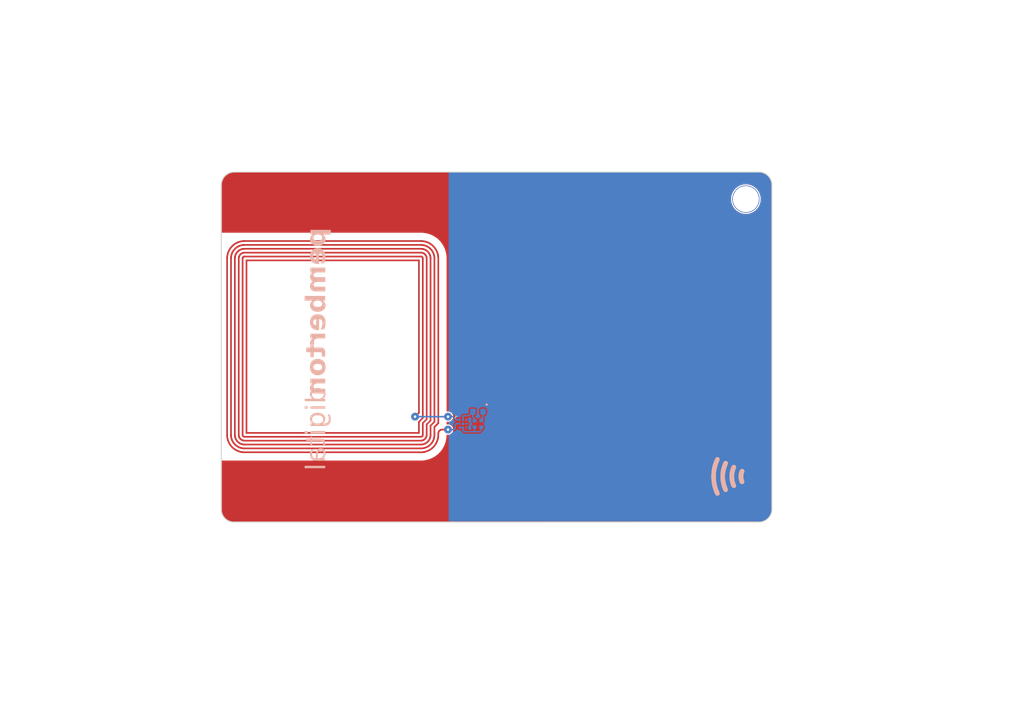
<source format=kicad_pcb>
(kicad_pcb (version 20240108) (generator "pcbnew") (generator_version "8.0")
  (layers (0 "F.Cu" signal) (31 "B.Cu" signal) (34 "B.Paste" user) (35 "F.Paste" user) (36 "B.SilkS" user "B.Silkscreen") (37 "F.SilkS" user "F.Silkscreen") (38 "B.Mask" user) (39 "F.Mask" user) (44 "Edge.Cuts" user))
  (net 0 "")
  (net 1 "Net-(U1-VCC)")
  (net 2 "Net-(D1-K)")
  (net 3 "Net-(D1-A)")
  (net 5 "Net-(U1-LA)")
  (net 7 "Net-(U1-LB)")
  (footprint "kikit:NPTH" (layer "F.Cu") (at 132 55)
    (property "Reference" "REF**" (hide yes))
    (property "Value" "NPTH" (hide yes))
  )
  (footprint "LED_SMD:LED_0603_1608Metric" (layer "B.Cu") (at 90.525 87.9)
    (property "Reference" "D1" (hide yes))
    (property "Value" "White 2.7V @ 2mA")
  )
  (footprint "misc:SOT902-2_XQFN8" (layer "B.Cu") (at 88.2142 89.7651 90)
    (property "Reference" "U1" (hide yes))
    (property "Value" "NT3H2111W0FHKH")
  )
  (footprint "Capacitor_SMD:C_0402_1005Metric" (layer "B.Cu") (at 90 89.7875 90)
    (property "Reference" "C1" (hide yes))
    (property "Value" "220nF")
  )
  (footprint "Resistor_SMD:R_0402_1005Metric" (layer "B.Cu") (at 91.05 89.7875 90)
    (property "Reference" "R1" (hide yes))
    (property "Value" "100R")
  )
  (gr_line (start 127.400277 95.738183) (end 127.342304 95.896106) (stroke (width 0.705555)) (layer "B.SilkS"))
  (gr_line (start 127.529037 95.427298) (end 127.462538 95.581914) (stroke (width 0.705555)) (layer "B.SilkS"))
  (gr_line (start 130.065272 96.647379) (end 130.031786 96.735272) (stroke (width 0.705555)) (layer "B.SilkS"))
  (gr_line (start 127 97.920168) (end 127.002471 98.09832) (stroke (width 0.705555)) (layer "B.SilkS"))
  (gr_line (start 127.342304 99.9591) (end 127.400277 100.11524) (stroke (width 0.705555)) (layer "B.SilkS"))
  (gr_line (start 130.031786 99.11822) (end 130.065272 99.20314) (stroke (width 0.705555)) (layer "B.SilkS"))
  (gr_line (start 129.901561 97.18378) (end 129.882958 97.274929) (stroke (width 0.705555)) (layer "B.SilkS"))
  (gr_line (start 127.15434 99.309218) (end 127.194639 99.475177) (stroke (width 0.705555)) (layer "B.SilkS"))
  (gr_line (start 128.565985 96.742066) (end 128.534583 96.870619) (stroke (width 0.705555)) (layer "B.SilkS"))
  (gr_line (start 127.009853 98.275491) (end 127.022091 98.451525) (stroke (width 0.705555)) (layer "B.SilkS"))
  (gr_line (start 129.827147 97.735064) (end 129.823426 97.827608) (stroke (width 0.705555)) (layer "B.SilkS"))
  (gr_line (start 127.060935 98.799563) (end 127.087436 98.971256) (stroke (width 0.705555)) (layer "B.SilkS"))
  (gr_line (start 129.827147 98.106789) (end 129.833348 98.200805) (stroke (width 0.705555)) (layer "B.SilkS"))
  (gr_line (start 128.481804 98.72132) (end 128.506488 98.854609) (stroke (width 0.705555)) (layer "B.SilkS"))
  (gr_line (start 129.84203 98.295027) (end 129.853192 98.389249) (stroke (width 0.705555)) (layer "B.SilkS"))
  (gr_line (start 131.294026 97.450162) (end 131.281839 97.50121) (stroke (width 0.705555)) (layer "B.SilkS"))
  (gr_line (start 128.638297 96.487852) (end 128.600591 96.614442) (stroke (width 0.705555)) (layer "B.SilkS"))
  (gr_line (start 127.194639 99.475177) (end 127.239434 99.638913) (stroke (width 0.705555)) (layer "B.SilkS"))
  (gr_line (start 131.294026 98.411031) (end 131.307402 98.464799) (stroke (width 0.705555)) (layer "B.SilkS"))
  (gr_line (start 128.679001 96.362399) (end 128.638297 96.487852) (stroke (width 0.705555)) (layer "B.SilkS"))
  (gr_line (start 127.002471 98.09832) (end 127.009853 98.275491) (stroke (width 0.705555)) (layer "B.SilkS"))
  (gr_line (start 128.460634 97.260828) (end 128.443081 97.392069) (stroke (width 0.705555)) (layer "B.SilkS"))
  (gr_line (start 128.41316 97.787859) (end 128.41111 97.920133) (stroke (width 0.705555)) (layer "B.SilkS"))
  (gr_line (start 129.833348 97.642624) (end 129.827147 97.735064) (stroke (width 0.705555)) (layer "B.SilkS"))
  (gr_line (start 127.529037 100.418839) (end 127.599722 100.565987) (stroke (width 0.705555)) (layer "B.SilkS"))
  (gr_line (start 131.270893 98.301943) (end 131.281839 98.356694) (stroke (width 0.705555)) (layer "B.SilkS"))
  (gr_line (start 131.261238 98.246934) (end 131.270893 98.301943) (stroke (width 0.705555)) (layer "B.SilkS"))
  (gr_line (start 131.409721 97.108744) (end 131.3903 97.155451) (stroke (width 0.705555)) (layer "B.SilkS"))
  (gr_line (start 129.94621 97.002775) (end 129.922645 97.093045) (stroke (width 0.705555)) (layer "B.SilkS"))
  (gr_line (start 131.234151 97.973437) (end 131.236571 98.027413) (stroke (width 0.705555)) (layer "B.SilkS"))
  (gr_line (start 129.823426 98.013187) (end 129.827147 98.106789) (stroke (width 0.705555)) (layer "B.SilkS"))
  (gr_line (start 127.239434 99.638913) (end 127.288673 99.800272) (stroke (width 0.705555)) (layer "B.SilkS"))
  (gr_line (start 131.354143 97.251139) (end 131.337512 97.300016) (stroke (width 0.705555)) (layer "B.SilkS"))
  (gr_line (start 128.41111 97.920133) (end 128.41316 98.052803) (stroke (width 0.705555)) (layer "B.SilkS"))
  (gr_line (start 127.288673 96.055683) (end 127.239434 96.216914) (stroke (width 0.705555)) (layer "B.SilkS"))
  (gr_line (start 127.599722 95.274336) (end 127.529037 95.427298) (stroke (width 0.705555)) (layer "B.SilkS"))
  (gr_line (start 131.307402 98.464799) (end 131.321914 98.517844) (stroke (width 0.705555)) (layer "B.SilkS"))
  (gr_line (start 129.833348 98.200805) (end 129.84203 98.295027) (stroke (width 0.705555)) (layer "B.SilkS"))
  (gr_line (start 128.506488 97) (end 128.481804 97.130104) (stroke (width 0.705555)) (layer "B.SilkS"))
  (gr_line (start 127.288673 99.800272) (end 127.342304 99.9591) (stroke (width 0.705555)) (layer "B.SilkS"))
  (gr_line (start 131.354143 98.621142) (end 131.371756 98.671086) (stroke (width 0.705555)) (layer "B.SilkS"))
  (gr_line (start 131.24601 97.709018) (end 131.240541 97.761616) (stroke (width 0.705555)) (layer "B.SilkS"))
  (gr_line (start 127.15434 96.544336) (end 127.118588 96.710527) (stroke (width 0.705555)) (layer "B.SilkS"))
  (gr_line (start 128.506488 98.854609) (end 128.534583 98.987279) (stroke (width 0.705555)) (layer "B.SilkS"))
  (gr_line (start 128.679001 99.507621) (end 128.722599 99.63409) (stroke (width 0.705555)) (layer "B.SilkS"))
  (gr_line (start 131.337512 98.57001) (end 131.354143 98.621142) (stroke (width 0.705555)) (layer "B.SilkS"))
  (gr_line (start 127.009853 97.566288) (end 127.002471 97.742402) (stroke (width 0.705555)) (layer "B.SilkS"))
  (gr_line (start 131.281839 98.356694) (end 131.294026 98.411031) (stroke (width 0.705555)) (layer "B.SilkS"))
  (gr_line (start 129.853192 97.45826) (end 129.84203 97.550338) (stroke (width 0.705555)) (layer "B.SilkS"))
  (gr_line (start 128.429249 98.319797) (end 128.443081 98.453707) (stroke (width 0.705555)) (layer "B.SilkS"))
  (gr_line (start 127.022091 98.451525) (end 127.039136 98.626267) (stroke (width 0.705555)) (layer "B.SilkS"))
  (gr_line (start 131.252926 98.191821) (end 131.261238 98.246934) (stroke (width 0.705555)) (layer "B.SilkS"))
  (gr_line (start 131.321914 97.349513) (end 131.307402 97.399579) (stroke (width 0.705555)) (layer "B.SilkS"))
  (gr_line (start 131.307402 97.399579) (end 131.294026 97.450162) (stroke (width 0.705555)) (layer "B.SilkS"))
  (gr_line (start 128.443081 98.453707) (end 128.460634 98.587617) (stroke (width 0.705555)) (layer "B.SilkS"))
  (gr_line (start 131.24601 98.13676) (end 131.252926 98.191821) (stroke (width 0.705555)) (layer "B.SilkS"))
  (gr_line (start 131.240541 97.761616) (end 131.236571 97.814369) (stroke (width 0.705555)) (layer "B.SilkS"))
  (gr_line (start 130.139686 96.473815) (end 130.101239 96.560209) (stroke (width 0.705555)) (layer "B.SilkS"))
  (gr_line (start 128.768987 99.758698) (end 128.818062 99.88124) (stroke (width 0.705555)) (layer "B.SilkS"))
  (gr_line (start 131.240541 98.081906) (end 131.24601 98.13676) (stroke (width 0.705555)) (layer "B.SilkS"))
  (gr_line (start 129.94621 98.853123) (end 129.972255 98.943005) (stroke (width 0.705555)) (layer "B.SilkS"))
  (gr_line (start 129.972255 96.913021) (end 129.94621 97.002775) (stroke (width 0.705555)) (layer "B.SilkS"))
  (gr_line (start 127.462538 100.268538) (end 127.529037 100.418839) (stroke (width 0.705555)) (layer "B.SilkS"))
  (gr_line (start 131.371756 98.671086) (end 131.3903 98.719685) (stroke (width 0.705555)) (layer "B.SilkS"))
  (gr_line (start 128.818062 99.88124) (end 128.869722 100.001508) (stroke (width 0.705555)) (layer "B.SilkS"))
  (gr_line (start 129.882958 98.576866) (end 129.901561 98.669848) (stroke (width 0.705555)) (layer "B.SilkS"))
  (gr_line (start 128.600591 99.24993) (end 128.638297 99.379499) (stroke (width 0.705555)) (layer "B.SilkS"))
  (gr_line (start 128.818062 95.993894) (end 128.768987 96.115316) (stroke (width 0.705555)) (layer "B.SilkS"))
  (gr_line (start 128.869722 95.874022) (end 128.768987 96.115316) (stroke (width 0.705555)) (layer "B.SilkS"))
  (gr_line (start 131.236571 97.814369) (end 131.234151 97.867225) (stroke (width 0.705555)) (layer "B.SilkS"))
  (gr_line (start 130.00078 99.031439) (end 130.031786 99.11822) (stroke (width 0.705555)) (layer "B.SilkS"))
  (gr_line (start 128.638297 99.379499) (end 128.679001 99.507621) (stroke (width 0.705555)) (layer "B.SilkS"))
  (gr_line (start 127.039136 97.219023) (end 127.022091 97.391829) (stroke (width 0.705555)) (layer "B.SilkS"))
  (gr_line (start 129.922645 98.762002) (end 129.94621 98.853123) (stroke (width 0.705555)) (layer "B.SilkS"))
  (gr_line (start 129.922645 97.093045) (end 129.901561 97.18378) (stroke (width 0.705555)) (layer "B.SilkS"))
  (gr_line (start 129.823426 97.827608) (end 129.822186 97.920204) (stroke (width 0.705555)) (layer "B.SilkS"))
  (gr_line (start 128.869722 95.874022) (end 128.818062 95.993894) (stroke (width 0.705555)) (layer "B.SilkS"))
  (gr_line (start 127.002471 97.742402) (end 127 97.920168) (stroke (width 0.705555)) (layer "B.SilkS"))
  (gr_line (start 127.118588 99.141193) (end 127.15434 99.309218) (stroke (width 0.705555)) (layer "B.SilkS"))
  (gr_line (start 127.022091 97.391829) (end 127.009853 97.566288) (stroke (width 0.705555)) (layer "B.SilkS"))
  (gr_line (start 128.768987 96.115316) (end 128.722599 96.238186) (stroke (width 0.705555)) (layer "B.SilkS"))
  (gr_line (start 127.400277 100.11524) (end 127.462538 100.268538) (stroke (width 0.705555)) (layer "B.SilkS"))
  (gr_line (start 131.270893 97.552671) (end 131.261238 97.604493) (stroke (width 0.705555)) (layer "B.SilkS"))
  (gr_line (start 128.565985 99.119121) (end 128.600591 99.24993) (stroke (width 0.705555)) (layer "B.SilkS"))
  (gr_line (start 129.972255 98.943005) (end 130.00078 99.031439) (stroke (width 0.705555)) (layer "B.SilkS"))
  (gr_line (start 129.882958 97.274929) (end 129.866835 97.366439) (stroke (width 0.705555)) (layer "B.SilkS"))
  (gr_line (start 128.419241 97.655688) (end 128.41316 97.787859) (stroke (width 0.705555)) (layer "B.SilkS"))
  (gr_line (start 129.84203 97.550338) (end 129.833348 97.642624) (stroke (width 0.705555)) (layer "B.SilkS"))
  (gr_line (start 127.342304 95.896106) (end 127.288673 96.055683) (stroke (width 0.705555)) (layer "B.SilkS"))
  (gr_line (start 131.337512 97.300016) (end 131.321914 97.349513) (stroke (width 0.705555)) (layer "B.SilkS"))
  (gr_line (start 129.866835 97.366439) (end 129.853192 97.45826) (stroke (width 0.705555)) (layer "B.SilkS"))
  (gr_line (start 128.722599 96.238186) (end 128.679001 96.362399) (stroke (width 0.705555)) (layer "B.SilkS"))
  (gr_line (start 131.371756 97.202933) (end 131.354143 97.251139) (stroke (width 0.705555)) (layer "B.SilkS"))
  (gr_line (start 128.481804 97.130104) (end 128.460634 97.260828) (stroke (width 0.705555)) (layer "B.SilkS"))
  (gr_line (start 128.722599 99.63409) (end 128.768987 99.758698) (stroke (width 0.705555)) (layer "B.SilkS"))
  (gr_line (start 131.233332 97.920133) (end 131.234151 97.973437) (stroke (width 0.705555)) (layer "B.SilkS"))
  (gr_line (start 129.853192 98.389249) (end 129.866835 98.483265) (stroke (width 0.705555)) (layer "B.SilkS"))
  (gr_line (start 131.3903 97.155451) (end 131.371756 97.202933) (stroke (width 0.705555)) (layer "B.SilkS"))
  (gr_line (start 130.031786 96.735272) (end 130.00078 96.823837) (stroke (width 0.705555)) (layer "B.SilkS"))
  (gr_line (start 128.41316 98.052803) (end 128.419241 98.186094) (stroke (width 0.705555)) (layer "B.SilkS"))
  (gr_line (start 127.239434 96.216914) (end 127.194639 96.379798) (stroke (width 0.705555)) (layer "B.SilkS"))
  (gr_line (start 128.534583 96.870619) (end 128.506488 97) (stroke (width 0.705555)) (layer "B.SilkS"))
  (gr_line (start 131.261238 97.604493) (end 131.252926 97.656626) (stroke (width 0.705555)) (layer "B.SilkS"))
  (gr_line (start 127.462538 95.581914) (end 127.400277 95.738183) (stroke (width 0.705555)) (layer "B.SilkS"))
  (gr_line (start 131.234151 97.867225) (end 131.233332 97.920133) (stroke (width 0.705555)) (layer "B.SilkS"))
  (gr_line (start 127.194639 96.379798) (end 127.15434 96.544336) (stroke (width 0.705555)) (layer "B.SilkS"))
  (gr_line (start 127.087436 98.971256) (end 127.118588 99.141193) (stroke (width 0.705555)) (layer "B.SilkS"))
  (gr_line (start 131.3903 98.719685) (end 131.409721 98.766786) (stroke (width 0.705555)) (layer "B.SilkS"))
  (gr_line (start 131.236571 98.027413) (end 131.240541 98.081906) (stroke (width 0.705555)) (layer "B.SilkS"))
  (gr_line (start 130.101239 96.560209) (end 130.065272 96.647379) (stroke (width 0.705555)) (layer "B.SilkS"))
  (gr_line (start 128.419241 98.186094) (end 128.429249 98.319797) (stroke (width 0.705555)) (layer "B.SilkS"))
  (gr_line (start 131.281839 97.50121) (end 131.270893 97.552671) (stroke (width 0.705555)) (layer "B.SilkS"))
  (gr_line (start 130.101239 99.285994) (end 130.139686 99.366575) (stroke (width 0.705555)) (layer "B.SilkS"))
  (gr_line (start 128.600591 96.614442) (end 128.565985 96.742066) (stroke (width 0.705555)) (layer "B.SilkS"))
  (gr_line (start 128.460634 98.587617) (end 128.481804 98.72132) (stroke (width 0.705555)) (layer "B.SilkS"))
  (gr_line (start 127.060935 97.047871) (end 127.039136 97.219023) (stroke (width 0.705555)) (layer "B.SilkS"))
  (gr_line (start 130.065272 99.20314) (end 130.101239 99.285994) (stroke (width 0.705555)) (layer "B.SilkS"))
  (gr_line (start 129.822186 97.920204) (end 129.823426 98.013187) (stroke (width 0.705555)) (layer "B.SilkS"))
  (gr_line (start 129.901561 98.669848) (end 129.922645 98.762002) (stroke (width 0.705555)) (layer "B.SilkS"))
  (gr_line (start 127.039136 98.626267) (end 127.060935 98.799563) (stroke (width 0.705555)) (layer "B.SilkS"))
  (gr_line (start 129.866835 98.483265) (end 129.882958 98.576866) (stroke (width 0.705555)) (layer "B.SilkS"))
  (gr_line (start 128.534583 98.987279) (end 128.565985 99.119121) (stroke (width 0.705555)) (layer "B.SilkS"))
  (gr_line (start 127.087436 96.878372) (end 127.060935 97.047871) (stroke (width 0.705555)) (layer "B.SilkS"))
  (gr_line (start 128.443081 97.392069) (end 128.429249 97.523723) (stroke (width 0.705555)) (layer "B.SilkS"))
  (gr_line (start 127.118588 96.710527) (end 127.087436 96.878372) (stroke (width 0.705555)) (layer "B.SilkS"))
  (gr_line (start 131.321914 98.517844) (end 131.337512 98.57001) (stroke (width 0.705555)) (layer "B.SilkS"))
  (gr_line (start 131.252926 97.656626) (end 131.24601 97.709018) (stroke (width 0.705555)) (layer "B.SilkS"))
  (gr_line (start 131.409721 97.108744) (end 131.354143 97.251139) (stroke (width 0.705555)) (layer "B.SilkS"))
  (gr_line (start 128.429249 97.523723) (end 128.419241 97.655688) (stroke (width 0.705555)) (layer "B.SilkS"))
  (gr_line (start 130.00078 96.823837) (end 129.972255 96.913021) (stroke (width 0.705555)) (layer "B.SilkS"))
  (gr_line (start 136.032 102.968) (end 136.032 52.832) (stroke (width 0.15)) (layer "Edge.Cuts"))
  (gr_line (start 134 105) (end 52.7685 105) (stroke (width 0.15)) (layer "Edge.Cuts"))
  (gr_line (start 50.8 103.0315) (end 50.8 52.832) (stroke (width 0.15)) (layer "Edge.Cuts"))
  (gr_line (start 52.832 50.8) (end 134 50.8) (stroke (width 0.15)) (layer "Edge.Cuts"))
  (gr_arc (start 136.032 102.968) (mid 135.436841 104.404841) (end 134 105) (stroke (width 0.15)) (layer "Edge.Cuts"))
  (gr_arc (start 50.8 52.832) (mid 51.395159 51.395159) (end 52.832 50.8) (stroke (width 0.15)) (layer "Edge.Cuts"))
  (gr_arc (start 134 50.8) (mid 135.436841 51.395159) (end 136.032 52.832) (stroke (width 0.15)) (layer "Edge.Cuts"))
  (gr_arc (start 52.7685 105) (mid 51.37656 104.42344) (end 50.8 103.0315) (stroke (width 0.15)) (layer "Edge.Cuts"))
  (gr_text "pemberton" (at 67.4 59.4 90) (layer "B.SilkS") (effects (font (size 3 3) (thickness 0.6) (bold yes)) (justify left bottom mirror)))
  (gr_text "digital" (at 67.4 84 90) (layer "B.SilkS") (effects (font (size 3 3) (thickness 0.375)) (justify left bottom mirror)))
  (segment (start 90.775 91) (end 91.05 90.725) (width 0.2032) (layer "B.Cu") (net 1))
  (segment (start 87.7142 90.3651) (end 88.2142 90.3651) (width 0.2032) (layer "B.Cu") (net 1))
  (segment (start 91.05 90.725) (end 91.05 90.2975) (width 0.2032) (layer "B.Cu") (net 1))
  (segment (start 90 90.2675) (end 90 91) (width 0.2032) (layer "B.Cu") (net 1))
  (segment (start 88.2142 90.3651) (end 88.2142 90.7642) (width 0.2032) (layer "B.Cu") (net 1))
  (segment (start 88.2142 90.7642) (end 88.45 91) (width 0.2032) (layer "B.Cu") (net 1))
  (segment (start 90 91) (end 90.775 91) (width 0.2032) (layer "B.Cu") (net 1))
  (segment (start 88.45 91) (end 90 91) (width 0.2032) (layer "B.Cu") (net 1))
  (segment (start 89.7375 88.7625) (end 90 89.025) (width 0.2032) (layer "B.Cu") (net 2))
  (segment (start 88.2142 89.1651) (end 88.2142 88.6358) (width 0.2032) (layer "B.Cu") (net 2))
  (segment (start 89.7375 87.9) (end 89.7375 88.7625) (width 0.2032) (layer "B.Cu") (net 2))
  (segment (start 89.1125 88.525) (end 89.7375 87.9) (width 0.2032) (layer "B.Cu") (net 2))
  (segment (start 88.2142 88.6358) (end 88.325 88.525) (width 0.2032) (layer "B.Cu") (net 2))
  (segment (start 88.325 88.525) (end 89.1125 88.525) (width 0.2032) (layer "B.Cu") (net 2))
  (segment (start 90 89.025) (end 90 89.3075) (width 0.2032) (layer "B.Cu") (net 2))
  (segment (start 90 89.3075) (end 90.06 89.3075) (width 0.2032) (layer "B.Cu") (net 2))
  (segment (start 91.3125 88.7375) (end 91.05 89) (width 0.2032) (layer "B.Cu") (net 3))
  (segment (start 91.3125 87.9) (end 91.3125 88.7375) (width 0.2032) (layer "B.Cu") (net 3))
  (segment (start 91.05 89) (end 91.05 89.2775) (width 0.2032) (layer "B.Cu") (net 3))
  (segment (start 83.19262 91.4862) (end 83.19262 91.2875) (width 0.25) (layer "F.Cu") (net 5))
  (segment (start 84.78012 90.7077) (end 84.85124 90.68738) (width 0.25) (layer "F.Cu") (net 5))
  (segment (start 84.99348 90.6696) (end 85.89264 90.6696) (width 0.25) (layer "F.Cu") (net 5))
  (segment (start 84.39404 89.67138) (end 83.7946 90.27082) (width 0.25) (layer "F.Cu") (net 5))
  (segment (start 84.85124 90.68738) (end 84.92236 90.67468) (width 0.25) (layer "F.Cu") (net 5))
  (segment (start 84.46262 90.98964) (end 84.50072 90.92868) (width 0.25) (layer "F.Cu") (net 5))
  (segment (start 83.7946 91.2875) (end 83.7946 91.4862) (width 0.25) (layer "F.Cu") (net 5))
  (segment (start 84.39404 91.26904) (end 84.39912 91.19792) (width 0.25) (layer "F.Cu") (net 5))
  (segment (start 84.39404 91.4862) (end 84.39404 91.2875) (width 0.25) (layer "F.Cu") (net 5))
  (segment (start 84.35086 91.97388) (end 84.37372 91.81132) (width 0.25) (layer "F.Cu") (net 5))
  (segment (start 84.21878 92.44378) (end 84.27212 92.28884) (width 0.25) (layer "F.Cu") (net 5))
  (segment (start 84.59724 90.81946) (end 84.65312 90.77628) (width 0.25) (layer "F.Cu") (net 5))
  (segment (start 84.43214 91.05568) (end 84.46262 90.98964) (width 0.25) (layer "F.Cu") (net 5))
  (segment (start 84.3153 92.13136) (end 84.35086 91.97388) (width 0.25) (layer "F.Cu") (net 5))
  (segment (start 84.50072 90.92868) (end 84.5439 90.8728) (width 0.25) (layer "F.Cu") (net 5))
  (segment (start 84.39912 91.19792) (end 84.41182 91.1268) (width 0.25) (layer "F.Cu") (net 5))
  (segment (start 84.92236 90.67468) (end 84.99348 90.6696) (width 0.25) (layer "F.Cu") (net 5))
  (segment (start 84.38896 91.64876) (end 84.39404 91.4862) (width 0.25) (layer "F.Cu") (net 5))
  (segment (start 84.37372 91.81132) (end 84.38896 91.64876) (width 0.25) (layer "F.Cu") (net 5))
  (segment (start 84.71408 90.73818) (end 84.78012 90.7077) (width 0.25) (layer "F.Cu") (net 5))
  (segment (start 84.27212 92.28884) (end 84.3153 92.13136) (width 0.25) (layer "F.Cu") (net 5))
  (segment (start 82.49666 94.0643) (end 82.6516 94.01096) (width 0.25) (layer "F.Cu") (net 5))
  (segment (start 53.54716 63.90816) (end 53.58272 63.81926) (width 0.25) (layer "F.Cu") (net 5))
  (segment (start 53.8291 62.79818) (end 53.72242 62.84644) (width 0.25) (layer "F.Cu") (net 5))
  (segment (start 53.97642 62.12762) (end 54.11612 62.10476) (width 0.25) (layer "F.Cu") (net 5))
  (segment (start 53.72242 62.84644) (end 53.61828 62.90486) (width 0.25) (layer "F.Cu") (net 5))
  (segment (start 53.18902 63.30364) (end 53.12298 63.40016) (width 0.25) (layer "F.Cu") (net 5))
  (segment (start 52.94264 63.8345) (end 52.91978 63.95134) (width 0.25) (layer "F.Cu") (net 5))
  (segment (start 53.50906 64.09104) (end 53.5243 63.99706) (width 0.25) (layer "F.Cu") (net 5))
  (segment (start 83.09102 93.7976) (end 83.22818 93.7087) (width 0.25) (layer "F.Cu") (net 5))
  (segment (start 53.0163 63.61098) (end 52.97566 63.7202) (width 0.25) (layer "F.Cu") (net 5))
  (segment (start 53.26268 63.20966) (end 53.18902 63.30364) (width 0.25) (layer "F.Cu") (net 5))
  (segment (start 83.71586 93.2769) (end 83.82 93.15244) (width 0.25) (layer "F.Cu") (net 5))
  (segment (start 82.33918 94.10748) (end 82.49666 94.0643) (width 0.25) (layer "F.Cu") (net 5))
  (segment (start 53.58272 63.81926) (end 53.62336 63.73544) (width 0.25) (layer "F.Cu") (net 5))
  (segment (start 53.6767 63.6567) (end 53.73512 63.58304) (width 0.25) (layer "F.Cu") (net 5))
  (segment (start 53.83672 62.16318) (end 53.97642 62.12762) (width 0.25) (layer "F.Cu") (net 5))
  (segment (start 53.62336 63.73544) (end 53.6767 63.6567) (width 0.25) (layer "F.Cu") (net 5))
  (segment (start 54.11612 62.10476) (end 54.2609 62.08952) (width 0.25) (layer "F.Cu") (net 5))
  (segment (start 54.05262 62.72452) (end 53.93832 62.75754) (width 0.25) (layer "F.Cu") (net 5))
  (segment (start 53.42778 63.04456) (end 53.34142 63.1233) (width 0.25) (layer "F.Cu") (net 5))
  (segment (start 52.91978 63.95134) (end 52.90708 64.06818) (width 0.25) (layer "F.Cu") (net 5))
  (segment (start 82.59318 91.2875) (end 82.59318 91.4862) (width 0.25) (layer "F.Cu") (net 5))
  (segment (start 82.94878 93.87634) (end 83.09102 93.7976) (width 0.25) (layer "F.Cu") (net 5))
  (segment (start 81.69402 93.58424) (end 54.40314 93.58424) (width 0.25) (layer "F.Cu") (net 5))
  (segment (start 52.97566 63.7202) (end 52.94264 63.8345) (width 0.25) (layer "F.Cu") (net 5))
  (segment (start 53.50398 64.18502) (end 53.50906 64.09104) (width 0.25) (layer "F.Cu") (net 5))
  (segment (start 84.41182 91.1268) (end 84.43214 91.05568) (width 0.25) (layer "F.Cu") (net 5))
  (segment (start 83.22818 93.7087) (end 83.36026 93.61218) (width 0.25) (layer "F.Cu") (net 5))
  (segment (start 84.65312 90.77628) (end 84.71408 90.73818) (width 0.25) (layer "F.Cu") (net 5))
  (segment (start 82.1817 94.14304) (end 82.33918 94.10748) (width 0.25) (layer "F.Cu") (net 5))
  (segment (start 54.40314 62.68388) (end 54.2863 62.68896) (width 0.25) (layer "F.Cu") (net 5))
  (segment (start 82.6516 94.01096) (end 82.80146 93.94746) (width 0.25) (layer "F.Cu") (net 5))
  (segment (start 53.61828 62.90486) (end 53.52176 62.9709) (width 0.25) (layer "F.Cu") (net 5))
  (segment (start 53.5243 63.99706) (end 53.54716 63.90816) (width 0.25) (layer "F.Cu") (net 5))
  (segment (start 83.82 93.15244) (end 83.91652 93.02036) (width 0.25) (layer "F.Cu") (net 5))
  (segment (start 53.93832 62.75754) (end 53.8291 62.79818) (width 0.25) (layer "F.Cu") (net 5))
  (segment (start 81.69402 94.18622) (end 81.85658 94.18114) (width 0.25) (layer "F.Cu") (net 5))
  (segment (start 53.12298 63.40016) (end 53.06456 63.5043) (width 0.25) (layer "F.Cu") (net 5))
  (segment (start 83.48472 93.50804) (end 83.6041 93.39628) (width 0.25) (layer "F.Cu") (net 5))
  (segment (start 54.16946 62.70166) (end 54.05262 62.72452) (width 0.25) (layer "F.Cu") (net 5))
  (segment (start 53.06456 63.5043) (end 53.0163 63.61098) (width 0.25) (layer "F.Cu") (net 5))
  (segment (start 52.90708 64.06818) (end 52.902 64.18502) (width 0.25) (layer "F.Cu") (net 5))
  (segment (start 54.2863 62.68896) (end 54.16946 62.70166) (width 0.25) (layer "F.Cu") (net 5))
  (segment (start 81.99374 91.4862) (end 81.99374 91.2875) (width 0.25) (layer "F.Cu") (net 5))
  (segment (start 53.56748 62.25716) (end 53.69956 62.20636) (width 0.25) (layer "F.Cu") (net 5))
  (segment (start 82.80146 93.94746) (end 82.94878 93.87634) (width 0.25) (layer "F.Cu") (net 5))
  (segment (start 53.34142 63.1233) (end 53.26268 63.20966) (width 0.25) (layer "F.Cu") (net 5))
  (segment (start 53.73512 63.58304) (end 53.80116 63.517) (width 0.25) (layer "F.Cu") (net 5))
  (segment (start 54.2609 62.08952) (end 54.40314 62.08444) (width 0.25) (layer "F.Cu") (net 5))
  (segment (start 84.5439 90.8728) (end 84.59724 90.81946) (width 0.25) (layer "F.Cu") (net 5))
  (segment (start 81.69402 92.38536) (end 54.40314 92.38536) (width 0.25) (layer "F.Cu") (net 5))
  (segment (start 54.40314 94.18368) (end 81.69402 94.18368) (width 0.25) (layer "F.Cu") (net 5))
  (segment (start 81.85658 94.18114) (end 82.01914 94.1659) (width 0.25) (layer "F.Cu") (net 5))
  (segment (start 84.15528 92.59364) (end 84.21878 92.44378) (width 0.25) (layer "F.Cu") (net 5))
  (segment (start 83.6041 93.39628) (end 83.71586 93.2769) (width 0.25) (layer "F.Cu") (net 5))
  (segment (start 84.08416 92.74096) (end 84.15528 92.59364) (width 0.25) (layer "F.Cu") (net 5))
  (segment (start 53.52176 62.9709) (end 53.42778 63.04456) (width 0.25) (layer "F.Cu") (net 5))
  (segment (start 84.00542 92.8832) (end 84.08416 92.74096) (width 0.25) (layer "F.Cu") (net 5))
  (segment (start 53.69956 62.20636) (end 53.83672 62.16318) (width 0.25) (layer "F.Cu") (net 5))
  (segment (start 82.01914 94.1659) (end 82.1817 94.14304) (width 0.25) (layer "F.Cu") (net 5))
  (segment (start 54.40314 91.78592) (end 81.69402 91.78592) (width 0.25) (layer "F.Cu") (net 5))
  (segment (start 54.40314 92.9848) (end 81.69402 92.9848) (width 0.25) (layer "F.Cu") (net 5))
  (segment (start 83.91652 93.02036) (end 84.00542 92.8832) (width 0.25) (layer "F.Cu") (net 5))
  (segment (start 83.36026 93.61218) (end 83.48472 93.50804) (width 0.25) (layer "F.Cu") (net 5))
  (segment (start 52.86898 62.75246) (end 52.97058 62.65086) (width 0.25) (layer "F.Cu") (net 5))
  (segment (start 53.34142 92.54792) (end 53.42778 92.62666) (width 0.25) (layer "F.Cu") (net 5))
  (segment (start 53.95356 92.26598) (end 53.87482 92.21264) (width 0.25) (layer "F.Cu") (net 5))
  (segment (start 54.35234 91.78084) (end 54.40314 91.78592) (width 0.25) (layer "F.Cu") (net 5))
  (segment (start 54.1085 91.537) (end 54.1212 91.5878) (width 0.25) (layer "F.Cu") (net 5))
  (segment (start 52.97058 62.65086) (end 53.07726 62.55434) (width 0.25) (layer "F.Cu") (net 5))
  (segment (start 53.19156 62.46798) (end 53.31094 62.38924) (width 0.25) (layer "F.Cu") (net 5))
  (segment (start 53.80116 92.15422) (end 53.73512 92.08818) (width 0.25) (layer "F.Cu") (net 5))
  (segment (start 54.2863 92.98226) (end 54.40314 92.98734) (width 0.25) (layer "F.Cu") (net 5))
  (segment (start 52.94264 91.83672) (end 52.97566 91.95102) (width 0.25) (layer "F.Cu") (net 5))
  (segment (start 53.43794 62.32066) (end 53.56748 62.25716) (width 0.25) (layer "F.Cu") (net 5))
  (segment (start 53.72242 92.82478) (end 53.8291 92.87304) (width 0.25) (layer "F.Cu") (net 5))
  (segment (start 54.03738 92.30662) (end 53.95356 92.26598) (width 0.25) (layer "F.Cu") (net 5))
  (segment (start 52.60736 63.09282) (end 52.6861 62.97344) (width 0.25) (layer "F.Cu") (net 5))
  (segment (start 53.07726 62.55434) (end 53.19156 62.46798) (width 0.25) (layer "F.Cu") (net 5))
  (segment (start 53.73512 92.08818) (end 53.6767 92.01452) (width 0.25) (layer "F.Cu") (net 5))
  (segment (start 53.54716 91.76306) (end 53.5243 91.67416) (width 0.25) (layer "F.Cu") (net 5))
  (segment (start 52.53878 63.21982) (end 52.60736 63.09282) (width 0.25) (layer "F.Cu") (net 5))
  (segment (start 54.14406 91.63606) (end 54.17454 91.67924) (width 0.25) (layer "F.Cu") (net 5))
  (segment (start 52.34574 63.7583) (end 52.3813 63.6186) (width 0.25) (layer "F.Cu") (net 5))
  (segment (start 53.5243 91.67416) (end 53.50906 91.58018) (width 0.25) (layer "F.Cu") (net 5))
  (segment (start 53.50906 91.58018) (end 53.50398 91.4862) (width 0.25) (layer "F.Cu") (net 5))
  (segment (start 52.902 91.4862) (end 52.90708 91.60304) (width 0.25) (layer "F.Cu") (net 5))
  (segment (start 54.40314 92.38536) (end 54.30916 92.38028) (width 0.25) (layer "F.Cu") (net 5))
  (segment (start 53.61828 92.76636) (end 53.72242 92.82478) (width 0.25) (layer "F.Cu") (net 5))
  (segment (start 54.05262 92.9467) (end 54.16946 92.96956) (width 0.25) (layer "F.Cu") (net 5))
  (segment (start 52.34574 91.91292) (end 52.32288 91.77322) (width 0.25) (layer "F.Cu") (net 5))
  (segment (start 52.77246 62.85914) (end 52.86898 62.75246) (width 0.25) (layer "F.Cu") (net 5))
  (segment (start 52.90708 91.60304) (end 52.91978 91.71988) (width 0.25) (layer "F.Cu") (net 5))
  (segment (start 54.30154 91.76814) (end 54.35234 91.78084) (width 0.25) (layer "F.Cu") (net 5))
  (segment (start 52.32288 63.898) (end 52.34574 63.7583) (width 0.25) (layer "F.Cu") (net 5))
  (segment (start 53.18902 92.36758) (end 53.26268 92.46156) (width 0.25) (layer "F.Cu") (net 5))
  (segment (start 52.30256 64.18502) (end 52.30764 64.04278) (width 0.25) (layer "F.Cu") (net 5))
  (segment (start 52.3813 63.6186) (end 52.42448 63.48144) (width 0.25) (layer "F.Cu") (net 5))
  (segment (start 53.52176 92.70032) (end 53.61828 92.76636) (width 0.25) (layer "F.Cu") (net 5))
  (segment (start 53.87482 92.21264) (end 53.80116 92.15422) (width 0.25) (layer "F.Cu") (net 5))
  (segment (start 54.16946 92.96956) (end 54.2863 92.98226) (width 0.25) (layer "F.Cu") (net 5))
  (segment (start 54.12628 92.34218) (end 54.03738 92.30662) (width 0.25) (layer "F.Cu") (net 5))
  (segment (start 53.06456 92.16692) (end 53.12298 92.27106) (width 0.25) (layer "F.Cu") (net 5))
  (segment (start 53.12298 92.27106) (end 53.18902 92.36758) (width 0.25) (layer "F.Cu") (net 5))
  (segment (start 52.30764 64.04278) (end 52.32288 63.898) (width 0.25) (layer "F.Cu") (net 5))
  (segment (start 53.6767 92.01452) (end 53.62336 91.93578) (width 0.25) (layer "F.Cu") (net 5))
  (segment (start 52.6861 62.97344) (end 52.77246 62.85914) (width 0.25) (layer "F.Cu") (net 5))
  (segment (start 53.93832 92.91368) (end 54.05262 92.9467) (width 0.25) (layer "F.Cu") (net 5))
  (segment (start 54.10342 91.4862) (end 54.1085 91.537) (width 0.25) (layer "F.Cu") (net 5))
  (segment (start 53.26268 92.46156) (end 53.34142 92.54792) (width 0.25) (layer "F.Cu") (net 5))
  (segment (start 52.30764 91.62844) (end 52.30256 91.4862) (width 0.25) (layer "F.Cu") (net 5))
  (segment (start 52.97566 91.95102) (end 53.0163 92.06024) (width 0.25) (layer "F.Cu") (net 5))
  (segment (start 52.47528 63.34936) (end 52.53878 63.21982) (width 0.25) (layer "F.Cu") (net 5))
  (segment (start 54.1212 91.5878) (end 54.14406 91.63606) (width 0.25) (layer "F.Cu") (net 5))
  (segment (start 52.32288 91.77322) (end 52.30764 91.62844) (width 0.25) (layer "F.Cu") (net 5))
  (segment (start 53.8291 92.87304) (end 53.93832 92.91368) (width 0.25) (layer "F.Cu") (net 5))
  (segment (start 54.25328 91.74528) (end 54.30154 91.76814) (width 0.25) (layer "F.Cu") (net 5))
  (segment (start 52.91978 91.71988) (end 52.94264 91.83672) (width 0.25) (layer "F.Cu") (net 5))
  (segment (start 54.30916 92.38028) (end 54.21518 92.36504) (width 0.25) (layer "F.Cu") (net 5))
  (segment (start 53.62336 91.93578) (end 53.58272 91.85196) (width 0.25) (layer "F.Cu") (net 5))
  (segment (start 52.42448 63.48144) (end 52.47528 63.34936) (width 0.25) (layer "F.Cu") (net 5))
  (segment (start 54.17454 91.67924) (end 54.2101 91.7148) (width 0.25) (layer "F.Cu") (net 5))
  (segment (start 53.0163 92.06024) (end 53.06456 92.16692) (width 0.25) (layer "F.Cu") (net 5))
  (segment (start 53.31094 62.38924) (end 53.43794 62.32066) (width 0.25) (layer "F.Cu") (net 5))
  (segment (start 54.2101 91.7148) (end 54.25328 91.74528) (width 0.25) (layer "F.Cu") (net 5))
  (segment (start 53.58272 91.85196) (end 53.54716 91.76306) (width 0.25) (layer "F.Cu") (net 5))
  (segment (start 53.42778 92.62666) (end 53.52176 92.70032) (width 0.25) (layer "F.Cu") (net 5))
  (segment (start 54.21518 92.36504) (end 54.12628 92.34218) (width 0.25) (layer "F.Cu") (net 5))
  (segment (start 51.87838 92.44378) (end 51.94188 92.59364) (width 0.25) (layer "F.Cu") (net 5))
  (segment (start 52.86898 92.91876) (end 52.77246 92.81208) (width 0.25) (layer "F.Cu") (net 5))
  (segment (start 51.72344 91.81132) (end 51.7463 91.97388) (width 0.25) (layer "F.Cu") (net 5))
  (segment (start 54.07802 94.1659) (end 54.24058 94.18114) (width 0.25) (layer "F.Cu") (net 5))
  (segment (start 53.31094 93.28198) (end 53.19156 93.20324) (width 0.25) (layer "F.Cu") (net 5))
  (segment (start 51.70312 64.18502) (end 51.70312 91.4862) (width 0.25) (layer "F.Cu") (net 5))
  (segment (start 54.2609 93.5817) (end 54.11612 93.56646) (width 0.25) (layer "F.Cu") (net 5))
  (segment (start 54.10342 64.18502) (end 54.10342 91.4862) (width 0.25) (layer "F.Cu") (net 5))
  (segment (start 51.7082 64.02246) (end 51.70312 64.18502) (width 0.25) (layer "F.Cu") (net 5))
  (segment (start 52.42448 92.18978) (end 52.3813 92.05262) (width 0.25) (layer "F.Cu") (net 5))
  (segment (start 52.49306 62.27494) (end 52.3813 62.39432) (width 0.25) (layer "F.Cu") (net 5))
  (segment (start 54.40314 93.58678) (end 54.2609 93.5817) (width 0.25) (layer "F.Cu") (net 5))
  (segment (start 51.7463 63.69734) (end 51.72344 63.8599) (width 0.25) (layer "F.Cu") (net 5))
  (segment (start 53.00614 93.7976) (end 53.14838 93.87634) (width 0.25) (layer "F.Cu") (net 5))
  (segment (start 51.70312 91.4862) (end 51.7082 91.64876) (width 0.25) (layer "F.Cu") (net 5))
  (segment (start 51.82504 63.38238) (end 51.78186 63.53986) (width 0.25) (layer "F.Cu") (net 5))
  (segment (start 51.94188 63.07758) (end 51.87838 63.22744) (width 0.25) (layer "F.Cu") (net 5))
  (segment (start 53.50398 91.4862) (end 53.50398 64.18502) (width 0.25) (layer "F.Cu") (net 5))
  (segment (start 51.94188 92.59364) (end 52.013 92.74096) (width 0.25) (layer "F.Cu") (net 5))
  (segment (start 52.77246 92.81208) (end 52.6861 92.69778) (width 0.25) (layer "F.Cu") (net 5))
  (segment (start 53.83672 93.50804) (end 53.69956 93.46486) (width 0.25) (layer "F.Cu") (net 5))
  (segment (start 54.24058 94.18114) (end 54.40314 94.18622) (width 0.25) (layer "F.Cu") (net 5))
  (segment (start 52.3051 91.4862) (end 52.3051 64.18502) (width 0.25) (layer "F.Cu") (net 5))
  (segment (start 52.18064 93.02036) (end 52.27716 93.15244) (width 0.25) (layer "F.Cu") (net 5))
  (segment (start 52.60736 92.5784) (end 52.53878 92.4514) (width 0.25) (layer "F.Cu") (net 5))
  (segment (start 53.2957 93.94746) (end 53.44556 94.01096) (width 0.25) (layer "F.Cu") (net 5))
  (segment (start 52.90454 64.18502) (end 52.90454 91.4862) (width 0.25) (layer "F.Cu") (net 5))
  (segment (start 53.44556 94.01096) (end 53.6005 94.0643) (width 0.25) (layer "F.Cu") (net 5))
  (segment (start 52.27716 62.51878) (end 52.18064 62.65086) (width 0.25) (layer "F.Cu") (net 5))
  (segment (start 53.6005 94.0643) (end 53.75798 94.10748) (width 0.25) (layer "F.Cu") (net 5))
  (segment (start 52.3813 92.05262) (end 52.34574 91.91292) (width 0.25) (layer "F.Cu") (net 5))
  (segment (start 52.09174 62.78802) (end 52.013 62.93026) (width 0.25) (layer "F.Cu") (net 5))
  (segment (start 53.43794 93.35056) (end 53.31094 93.28198) (width 0.25) (layer "F.Cu") (net 5))
  (segment (start 52.27716 93.15244) (end 52.3813 93.2769) (width 0.25) (layer "F.Cu") (net 5))
  (segment (start 52.86898 93.7087) (end 53.00614 93.7976) (width 0.25) (layer "F.Cu") (net 5))
  (segment (start 52.09174 92.8832) (end 52.18064 93.02036) (width 0.25) (layer "F.Cu") (net 5))
  (segment (start 53.07726 93.11688) (end 52.97058 93.02036) (width 0.25) (layer "F.Cu") (net 5))
  (segment (start 51.78186 63.53986) (end 51.7463 63.69734) (width 0.25) (layer "F.Cu") (net 5))
  (segment (start 51.87838 63.22744) (end 51.82504 63.38238) (width 0.25) (layer "F.Cu") (net 5))
  (segment (start 52.6861 92.69778) (end 52.60736 92.5784) (width 0.25) (layer "F.Cu") (net 5))
  (segment (start 51.7463 91.97388) (end 51.78186 92.13136) (width 0.25) (layer "F.Cu") (net 5))
  (segment (start 51.78186 92.13136) (end 51.82504 92.28884) (width 0.25) (layer "F.Cu") (net 5))
  (segment (start 52.47528 92.32186) (end 52.42448 92.18978) (width 0.25) (layer "F.Cu") (net 5))
  (segment (start 53.91546 94.14304) (end 54.07802 94.1659) (width 0.25) (layer "F.Cu") (net 5))
  (segment (start 51.82504 92.28884) (end 51.87838 92.44378) (width 0.25) (layer "F.Cu") (net 5))
  (segment (start 52.3813 93.2769) (end 52.49306 93.39628) (width 0.25) (layer "F.Cu") (net 5))
  (segment (start 52.013 62.93026) (end 51.94188 63.07758) (width 0.25) (layer "F.Cu") (net 5))
  (segment (start 52.18064 62.65086) (end 52.09174 62.78802) (width 0.25) (layer "F.Cu") (net 5))
  (segment (start 53.19156 93.20324) (end 53.07726 93.11688) (width 0.25) (layer "F.Cu") (net 5))
  (segment (start 52.3813 62.39432) (end 52.27716 62.51878) (width 0.25) (layer "F.Cu") (net 5))
  (segment (start 53.14838 93.87634) (end 53.2957 93.94746) (width 0.25) (layer "F.Cu") (net 5))
  (segment (start 53.97642 93.5436) (end 53.83672 93.50804) (width 0.25) (layer "F.Cu") (net 5))
  (segment (start 52.61244 93.50804) (end 52.7369 93.61218) (width 0.25) (layer "F.Cu") (net 5))
  (segment (start 52.49306 93.39628) (end 52.61244 93.50804) (width 0.25) (layer "F.Cu") (net 5))
  (segment (start 52.97058 93.02036) (end 52.86898 92.91876) (width 0.25) (layer "F.Cu") (net 5))
  (segment (start 52.013 92.74096) (end 52.09174 92.8832) (width 0.25) (layer "F.Cu") (net 5))
  (segment (start 54.11612 93.56646) (end 53.97642 93.5436) (width 0.25) (layer "F.Cu") (net 5))
  (segment (start 51.7082 91.64876) (end 51.72344 91.81132) (width 0.25) (layer "F.Cu") (net 5))
  (segment (start 52.53878 92.4514) (end 52.47528 92.32186) (width 0.25) (layer "F.Cu") (net 5))
  (segment (start 53.69956 93.46486) (end 53.56748 93.41406) (width 0.25) (layer "F.Cu") (net 5))
  (segment (start 51.72344 63.8599) (end 51.7082 64.02246) (width 0.25) (layer "F.Cu") (net 5))
  (segment (start 53.56748 93.41406) (end 53.43794 93.35056) (width 0.25) (layer "F.Cu") (net 5))
  (segment (start 53.75798 94.10748) (end 53.91546 94.14304) (width 0.25) (layer "F.Cu") (net 5))
  (segment (start 52.7369 93.61218) (end 52.86898 93.7087) (width 0.25) (layer "F.Cu") (net 5))
  (segment (start 52.86898 61.96252) (end 52.7369 62.05904) (width 0.25) (layer "F.Cu") (net 5))
  (segment (start 53.14838 61.79488) (end 53.00614 61.87362) (width 0.25) (layer "F.Cu") (net 5))
  (segment (start 53.6005 61.60692) (end 53.44556 61.66026) (width 0.25) (layer "F.Cu") (net 5))
  (segment (start 83.15452 63.8345) (end 83.1215 63.7202) (width 0.25) (layer "F.Cu") (net 5))
  (segment (start 84.15528 63.07758) (end 84.08416 62.93026) (width 0.25) (layer "F.Cu") (net 5))
  (segment (start 82.37474 62.84644) (end 82.26806 62.79818) (width 0.25) (layer "F.Cu") (net 5))
  (segment (start 52.7369 62.05904) (end 52.61244 62.16318) (width 0.25) (layer "F.Cu") (net 5))
  (segment (start 81.69402 61.485) (end 54.40314 61.485) (width 0.25) (layer "F.Cu") (net 5))
  (segment (start 82.33918 61.56374) (end 82.1817 61.52818) (width 0.25) (layer "F.Cu") (net 5))
  (segment (start 82.9056 62.46798) (end 83.0199 62.55434) (width 0.25) (layer "F.Cu") (net 5))
  (segment (start 53.2957 61.72376) (end 53.14838 61.79488) (width 0.25) (layer "F.Cu") (net 5))
  (segment (start 82.6516 61.66026) (end 82.49666 61.60692) (width 0.25) (layer "F.Cu") (net 5))
  (segment (start 81.69402 63.8853) (end 54.40314 63.8853) (width 0.25) (layer "F.Cu") (net 5))
  (segment (start 83.71586 62.39432) (end 83.6041 62.27494) (width 0.25) (layer "F.Cu") (net 5))
  (segment (start 83.19008 64.06818) (end 83.17738 63.95134) (width 0.25) (layer "F.Cu") (net 5))
  (segment (start 81.69402 62.68388) (end 54.40314 62.68388) (width 0.25) (layer "F.Cu") (net 5))
  (segment (start 84.39404 64.18502) (end 84.38896 64.02246) (width 0.25) (layer "F.Cu") (net 5))
  (segment (start 84.35086 63.69734) (end 84.3153 63.53986) (width 0.25) (layer "F.Cu") (net 5))
  (segment (start 53.91546 61.52818) (end 53.75798 61.56374) (width 0.25) (layer "F.Cu") (net 5))
  (segment (start 83.6041 62.27494) (end 83.48472 62.16318) (width 0.25) (layer "F.Cu") (net 5))
  (segment (start 54.40314 61.485) (end 54.24058 61.49008) (width 0.25) (layer "F.Cu") (net 5))
  (segment (start 82.26806 62.79818) (end 82.15884 62.75754) (width 0.25) (layer "F.Cu") (net 5))
  (segment (start 84.08416 62.93026) (end 84.00542 62.78802) (width 0.25) (layer "F.Cu") (net 5))
  (segment (start 82.47888 62.90486) (end 82.37474 62.84644) (width 0.25) (layer "F.Cu") (net 5))
  (segment (start 83.36026 62.05904) (end 83.22818 61.96252) (width 0.25) (layer "F.Cu") (net 5))
  (segment (start 83.78952 64.04278) (end 83.7946 64.18502) (width 0.25) (layer "F.Cu") (net 5))
  (segment (start 81.39402 88.06864) (end 80.79458 88.67062) (width 0.25) (layer "F.Cu") (net 5))
  (segment (start 83.91652 62.65086) (end 83.82 62.51878) (width 0.25) (layer "F.Cu") (net 5))
  (segment (start 82.66938 63.04456) (end 82.5754 62.9709) (width 0.25) (layer "F.Cu") (net 5))
  (segment (start 83.12658 62.65086) (end 83.22818 62.75246) (width 0.25) (layer "F.Cu") (net 5))
  (segment (start 83.67268 63.48144) (end 83.71586 63.6186) (width 0.25) (layer "F.Cu") (net 5))
  (segment (start 82.94878 61.79488) (end 82.80146 61.72376) (width 0.25) (layer "F.Cu") (net 5))
  (segment (start 82.90814 63.30364) (end 82.83448 63.20966) (width 0.25) (layer "F.Cu") (net 5))
  (segment (start 84.38896 64.02246) (end 84.37372 63.8599) (width 0.25) (layer "F.Cu") (net 5))
  (segment (start 83.41106 62.97344) (end 83.4898 63.09282) (width 0.25) (layer "F.Cu") (net 5))
  (segment (start 84.00542 62.78802) (end 83.91652 62.65086) (width 0.25) (layer "F.Cu") (net 5))
  (segment (start 84.3153 63.53986) (end 84.27212 63.38238) (width 0.25) (layer "F.Cu") (net 5))
  (segment (start 84.37372 63.8599) (end 84.35086 63.69734) (width 0.25) (layer "F.Cu") (net 5))
  (segment (start 54.40314 63.28586) (end 81.69402 63.28586) (width 0.25) (layer "F.Cu") (net 5))
  (segment (start 53.44556 61.66026) (end 53.2957 61.72376) (width 0.25) (layer "F.Cu") (net 5))
  (segment (start 54.07802 61.50532) (end 53.91546 61.52818) (width 0.25) (layer "F.Cu") (net 5))
  (segment (start 83.22818 61.96252) (end 83.09102 61.87362) (width 0.25) (layer "F.Cu") (net 5))
  (segment (start 82.97418 63.40016) (end 82.90814 63.30364) (width 0.25) (layer "F.Cu") (net 5))
  (segment (start 52.61244 62.16318) (end 52.49306 62.27494) (width 0.25) (layer "F.Cu") (net 5))
  (segment (start 82.1817 61.52818) (end 82.01914 61.50532) (width 0.25) (layer "F.Cu") (net 5))
  (segment (start 82.49666 61.60692) (end 82.33918 61.56374) (width 0.25) (layer "F.Cu") (net 5))
  (segment (start 83.3247 62.85914) (end 83.41106 62.97344) (width 0.25) (layer "F.Cu") (net 5))
  (segment (start 83.48472 62.16318) (end 83.36026 62.05904) (width 0.25) (layer "F.Cu") (net 5))
  (segment (start 83.0326 63.5043) (end 82.97418 63.40016) (width 0.25) (layer "F.Cu") (net 5))
  (segment (start 83.82 62.51878) (end 83.71586 62.39432) (width 0.25) (layer "F.Cu") (net 5))
  (segment (start 54.24058 61.49008) (end 54.07802 61.50532) (width 0.25) (layer "F.Cu") (net 5))
  (segment (start 84.27212 63.38238) (end 84.21878 63.22744) (width 0.25) (layer "F.Cu") (net 5))
  (segment (start 83.77428 63.898) (end 83.78952 64.04278) (width 0.25) (layer "F.Cu") (net 5))
  (segment (start 83.55838 63.21982) (end 83.62188 63.34936) (width 0.25) (layer "F.Cu") (net 5))
  (segment (start 82.01914 61.50532) (end 81.85658 61.49008) (width 0.25) (layer "F.Cu") (net 5))
  (segment (start 53.75798 61.56374) (end 53.6005 61.60692) (width 0.25) (layer "F.Cu") (net 5))
  (segment (start 84.21878 63.22744) (end 84.15528 63.07758) (width 0.25) (layer "F.Cu") (net 5))
  (segment (start 54.40314 62.08444) (end 81.69402 62.08444) (width 0.25) (layer "F.Cu") (net 5))
  (segment (start 83.09102 61.87362) (end 82.94878 61.79488) (width 0.25) (layer "F.Cu") (net 5))
  (segment (start 81.85658 61.49008) (end 81.69402 61.485) (width 0.25) (layer "F.Cu") (net 5))
  (segment (start 53.00614 61.87362) (end 52.86898 61.96252) (width 0.25) (layer "F.Cu") (net 5))
  (segment (start 82.80146 61.72376) (end 82.6516 61.66026) (width 0.25) (layer "F.Cu") (net 5))
  (segment (start 81.74482 91.78084) (end 81.79562 91.76814) (width 0.25) (layer "F.Cu") (net 5))
  (segment (start 83.0199 62.55434) (end 83.12658 62.65086) (width 0.25) (layer "F.Cu") (net 5))
  (segment (start 83.1215 63.7202) (end 83.08086 63.61098) (width 0.25) (layer "F.Cu") (net 5))
  (segment (start 83.75142 63.7583) (end 83.77428 63.898) (width 0.25) (layer "F.Cu") (net 5))
  (segment (start 82.5754 62.9709) (end 82.47888 62.90486) (width 0.25) (layer "F.Cu") (net 5))
  (segment (start 82.83448 63.20966) (end 82.75574 63.1233) (width 0.25) (layer "F.Cu") (net 5))
  (segment (start 82.42046 92.01452) (end 82.36204 92.08818) (width 0.25) (layer "F.Cu") (net 5))
  (segment (start 53.87482 63.45858) (end 53.95356 63.40524) (width 0.25) (layer "F.Cu") (net 5))
  (segment (start 81.9277 62.70166) (end 81.81086 62.68896) (width 0.25) (layer "F.Cu") (net 5))
  (segment (start 81.83626 62.08952) (end 81.98104 62.10476) (width 0.25) (layer "F.Cu") (net 5))
  (segment (start 82.12074 62.12762) (end 82.26044 62.16318) (width 0.25) (layer "F.Cu") (net 5))
  (segment (start 82.3976 62.20636) (end 82.52968 62.25716) (width 0.25) (layer "F.Cu") (net 5))
  (segment (start 81.88706 91.7148) (end 81.92262 91.67924) (width 0.25) (layer "F.Cu") (net 5))
  (segment (start 81.84388 91.74528) (end 81.88706 91.7148) (width 0.25) (layer "F.Cu") (net 5))
  (segment (start 82.04454 62.72452) (end 81.9277 62.70166) (width 0.25) (layer "F.Cu") (net 5))
  (segment (start 82.26044 62.16318) (end 82.3976 62.20636) (width 0.25) (layer "F.Cu") (net 5))
  (segment (start 81.98104 62.10476) (end 82.12074 62.12762) (width 0.25) (layer "F.Cu") (net 5))
  (segment (start 83.15452 91.83672) (end 83.17738 91.71988) (width 0.25) (layer "F.Cu") (net 5))
  (segment (start 53.95356 63.40524) (end 54.03738 63.3646) (width 0.25) (layer "F.Cu") (net 5))
  (segment (start 54.25328 63.92594) (end 54.2101 63.95642) (width 0.25) (layer "F.Cu") (net 5))
  (segment (start 81.79562 91.76814) (end 81.84388 91.74528) (width 0.25) (layer "F.Cu") (net 5))
  (segment (start 53.80116 63.517) (end 53.87482 63.45858) (width 0.25) (layer "F.Cu") (net 5))
  (segment (start 54.30154 63.90308) (end 54.25328 63.92594) (width 0.25) (layer "F.Cu") (net 5))
  (segment (start 82.65922 62.32066) (end 82.78622 62.38924) (width 0.25) (layer "F.Cu") (net 5))
  (segment (start 83.17738 91.71988) (end 83.19008 91.60304) (width 0.25) (layer "F.Cu") (net 5))
  (segment (start 81.88198 92.36504) (end 81.788 92.38028) (width 0.25) (layer "F.Cu") (net 5))
  (segment (start 81.788 92.38028) (end 81.69402 92.38536) (width 0.25) (layer "F.Cu") (net 5))
  (segment (start 81.69402 91.78592) (end 81.74482 91.78084) (width 0.25) (layer "F.Cu") (net 5))
  (segment (start 54.2101 63.95642) (end 54.17454 63.99198) (width 0.25) (layer "F.Cu") (net 5))
  (segment (start 54.21518 63.30618) (end 54.30916 63.29094) (width 0.25) (layer "F.Cu") (net 5))
  (segment (start 54.35234 63.89038) (end 54.30154 63.90308) (width 0.25) (layer "F.Cu") (net 5))
  (segment (start 82.1436 92.26598) (end 82.05978 92.30662) (width 0.25) (layer "F.Cu") (net 5))
  (segment (start 81.97088 92.34218) (end 81.88198 92.36504) (width 0.25) (layer "F.Cu") (net 5))
  (segment (start 83.19008 91.60304) (end 83.19516 91.4862) (width 0.25) (layer "F.Cu") (net 5))
  (segment (start 82.4738 91.93578) (end 82.42046 92.01452) (width 0.25) (layer "F.Cu") (net 5))
  (segment (start 81.9531 91.63606) (end 81.97596 91.5878) (width 0.25) (layer "F.Cu") (net 5))
  (segment (start 54.03738 63.3646) (end 54.12628 63.32904) (width 0.25) (layer "F.Cu") (net 5))
  (segment (start 82.57286 91.67416) (end 82.55 91.76306) (width 0.25) (layer "F.Cu") (net 5))
  (segment (start 54.40314 63.8853) (end 54.35234 63.89038) (width 0.25) (layer "F.Cu") (net 5))
  (segment (start 82.15884 62.75754) (end 82.04454 62.72452) (width 0.25) (layer "F.Cu") (net 5))
  (segment (start 54.1085 64.13422) (end 54.10342 64.18502) (width 0.25) (layer "F.Cu") (net 5))
  (segment (start 82.52968 62.25716) (end 82.65922 62.32066) (width 0.25) (layer "F.Cu") (net 5))
  (segment (start 82.51444 91.85196) (end 82.4738 91.93578) (width 0.25) (layer "F.Cu") (net 5))
  (segment (start 54.12628 63.32904) (end 54.21518 63.30618) (width 0.25) (layer "F.Cu") (net 5))
  (segment (start 54.14406 64.03516) (end 54.1212 64.08342) (width 0.25) (layer "F.Cu") (net 5))
  (segment (start 82.36204 92.08818) (end 82.296 92.15422) (width 0.25) (layer "F.Cu") (net 5))
  (segment (start 82.05978 92.30662) (end 81.97088 92.34218) (width 0.25) (layer "F.Cu") (net 5))
  (segment (start 82.22234 92.21264) (end 82.1436 92.26598) (width 0.25) (layer "F.Cu") (net 5))
  (segment (start 83.08086 63.61098) (end 83.0326 63.5043) (width 0.25) (layer "F.Cu") (net 5))
  (segment (start 83.4898 63.09282) (end 83.55838 63.21982) (width 0.25) (layer "F.Cu") (net 5))
  (segment (start 83.62188 63.34936) (end 83.67268 63.48144) (width 0.25) (layer "F.Cu") (net 5))
  (segment (start 83.71586 63.6186) (end 83.75142 63.7583) (width 0.25) (layer "F.Cu") (net 5))
  (segment (start 83.17738 63.95134) (end 83.15452 63.8345) (width 0.25) (layer "F.Cu") (net 5))
  (segment (start 83.19516 64.18502) (end 83.19008 64.06818) (width 0.25) (layer "F.Cu") (net 5))
  (segment (start 54.1212 64.08342) (end 54.1085 64.13422) (width 0.25) (layer "F.Cu") (net 5))
  (segment (start 82.78622 62.38924) (end 82.9056 62.46798) (width 0.25) (layer "F.Cu") (net 5))
  (segment (start 81.81086 62.68896) (end 81.69402 62.68388) (width 0.25) (layer "F.Cu") (net 5))
  (segment (start 83.22818 62.75246) (end 83.3247 62.85914) (width 0.25) (layer "F.Cu") (net 5))
  (segment (start 82.296 92.15422) (end 82.22234 92.21264) (width 0.25) (layer "F.Cu") (net 5))
  (segment (start 54.30916 63.29094) (end 54.40314 63.28586) (width 0.25) (layer "F.Cu") (net 5))
  (segment (start 81.92262 91.67924) (end 81.9531 91.63606) (width 0.25) (layer "F.Cu") (net 5))
  (segment (start 82.75574 63.1233) (end 82.66938 63.04456) (width 0.25) (layer "F.Cu") (net 5))
  (segment (start 54.17454 63.99198) (end 54.14406 64.03516) (width 0.25) (layer "F.Cu") (net 5))
  (segment (start 81.69402 62.08444) (end 81.83626 62.08952) (width 0.25) (layer "F.Cu") (net 5))
  (segment (start 81.83626 93.5817) (end 81.69402 93.58678) (width 0.25) (layer "F.Cu") (net 5))
  (segment (start 81.97596 64.08342) (end 81.9531 64.03516) (width 0.25) (layer "F.Cu") (net 5))
  (segment (start 81.99374 64.18502) (end 81.98866 64.13422) (width 0.25) (layer "F.Cu") (net 5))
  (segment (start 82.90814 92.36758) (end 82.97418 92.27106) (width 0.25) (layer "F.Cu") (net 5))
  (segment (start 81.79562 63.90308) (end 81.74482 63.89038) (width 0.25) (layer "F.Cu") (net 5))
  (segment (start 82.4738 63.73544) (end 82.51444 63.81926) (width 0.25) (layer "F.Cu") (net 5))
  (segment (start 82.296 63.517) (end 82.36204 63.58304) (width 0.25) (layer "F.Cu") (net 5))
  (segment (start 82.78622 93.28198) (end 82.65922 93.35056) (width 0.25) (layer "F.Cu") (net 5))
  (segment (start 83.77428 91.77322) (end 83.75142 91.91292) (width 0.25) (layer "F.Cu") (net 5))
  (segment (start 82.22234 63.45858) (end 82.296 63.517) (width 0.25) (layer "F.Cu") (net 5))
  (segment (start 82.52968 93.41406) (end 82.3976 93.46486) (width 0.25) (layer "F.Cu") (net 5))
  (segment (start 82.66938 92.62666) (end 82.75574 92.54792) (width 0.25) (layer "F.Cu") (net 5))
  (segment (start 82.04454 92.9467) (end 82.15884 92.91368) (width 0.25) (layer "F.Cu") (net 5))
  (segment (start 83.1215 91.95102) (end 83.15452 91.83672) (width 0.25) (layer "F.Cu") (net 5))
  (segment (start 82.37474 92.82478) (end 82.47888 92.76636) (width 0.25) (layer "F.Cu") (net 5))
  (segment (start 81.92262 63.99198) (end 81.88706 63.95642) (width 0.25) (layer "F.Cu") (net 5))
  (segment (start 81.81086 92.98226) (end 81.9277 92.96956) (width 0.25) (layer "F.Cu") (net 5))
  (segment (start 82.15884 92.91368) (end 82.26806 92.87304) (width 0.25) (layer "F.Cu") (net 5))
  (segment (start 82.36204 63.58304) (end 82.42046 63.6567) (width 0.25) (layer "F.Cu") (net 5))
  (segment (start 83.0326 92.16692) (end 83.08086 92.06024) (width 0.25) (layer "F.Cu") (net 5))
  (segment (start 82.26044 93.50804) (end 82.12074 93.5436) (width 0.25) (layer "F.Cu") (net 5))
  (segment (start 82.97418 92.27106) (end 83.0326 92.16692) (width 0.25) (layer "F.Cu") (net 5))
  (segment (start 81.84388 63.92594) (end 81.79562 63.90308) (width 0.25) (layer "F.Cu") (net 5))
  (segment (start 81.74482 63.89038) (end 81.69402 63.8853) (width 0.25) (layer "F.Cu") (net 5))
  (segment (start 83.62188 92.32186) (end 83.55838 92.4514) (width 0.25) (layer "F.Cu") (net 5))
  (segment (start 81.9531 64.03516) (end 81.92262 63.99198) (width 0.25) (layer "F.Cu") (net 5))
  (segment (start 83.55838 92.4514) (end 83.4898 92.5784) (width 0.25) (layer "F.Cu") (net 5))
  (segment (start 81.98104 93.56646) (end 81.83626 93.5817) (width 0.25) (layer "F.Cu") (net 5))
  (segment (start 82.26806 92.87304) (end 82.37474 92.82478) (width 0.25) (layer "F.Cu") (net 5))
  (segment (start 83.4898 92.5784) (end 83.41106 92.69778) (width 0.25) (layer "F.Cu") (net 5))
  (segment (start 83.41106 92.69778) (end 83.3247 92.81208) (width 0.25) (layer "F.Cu") (net 5))
  (segment (start 81.788 63.29094) (end 81.88198 63.30618) (width 0.25) (layer "F.Cu") (net 5))
  (segment (start 83.78952 91.62844) (end 83.77428 91.77322) (width 0.25) (layer "F.Cu") (net 5))
  (segment (start 82.47888 92.76636) (end 82.5754 92.70032) (width 0.25) (layer "F.Cu") (net 5))
  (segment (start 83.12658 93.02036) (end 83.0199 93.11688) (width 0.25) (layer "F.Cu") (net 5))
  (segment (start 82.55 63.90816) (end 82.57286 63.99706) (width 0.25) (layer "F.Cu") (net 5))
  (segment (start 82.65922 93.35056) (end 82.52968 93.41406) (width 0.25) (layer "F.Cu") (net 5))
  (segment (start 82.83448 92.46156) (end 82.90814 92.36758) (width 0.25) (layer "F.Cu") (net 5))
  (segment (start 83.75142 91.91292) (end 83.71586 92.05262) (width 0.25) (layer "F.Cu") (net 5))
  (segment (start 82.75574 92.54792) (end 82.83448 92.46156) (width 0.25) (layer "F.Cu") (net 5))
  (segment (start 82.1436 63.40524) (end 82.22234 63.45858) (width 0.25) (layer "F.Cu") (net 5))
  (segment (start 83.71586 92.05262) (end 83.67268 92.18978) (width 0.25) (layer "F.Cu") (net 5))
  (segment (start 83.7946 91.4862) (end 83.78952 91.62844) (width 0.25) (layer "F.Cu") (net 5))
  (segment (start 82.59318 91.4862) (end 82.5881 91.58018) (width 0.25) (layer "F.Cu") (net 5))
  (segment (start 81.88706 63.95642) (end 81.84388 63.92594) (width 0.25) (layer "F.Cu") (net 5))
  (segment (start 81.69402 63.28586) (end 81.788 63.29094) (width 0.25) (layer "F.Cu") (net 5))
  (segment (start 81.98866 64.13422) (end 81.97596 64.08342) (width 0.25) (layer "F.Cu") (net 5))
  (segment (start 81.69402 92.98734) (end 81.81086 92.98226) (width 0.25) (layer "F.Cu") (net 5))
  (segment (start 83.22818 92.91876) (end 83.12658 93.02036) (width 0.25) (layer "F.Cu") (net 5))
  (segment (start 83.0199 93.11688) (end 82.9056 93.20324) (width 0.25) (layer "F.Cu") (net 5))
  (segment (start 82.57286 63.99706) (end 82.5881 64.09104) (width 0.25) (layer "F.Cu") (net 5))
  (segment (start 81.88198 63.30618) (end 81.97088 63.32904) (width 0.25) (layer "F.Cu") (net 5))
  (segment (start 82.5754 92.70032) (end 82.66938 92.62666) (width 0.25) (layer "F.Cu") (net 5))
  (segment (start 81.97596 91.5878) (end 81.98866 91.537) (width 0.25) (layer "F.Cu") (net 5))
  (segment (start 83.3247 92.81208) (end 83.22818 92.91876) (width 0.25) (layer "F.Cu") (net 5))
  (segment (start 82.5881 91.58018) (end 82.57286 91.67416) (width 0.25) (layer "F.Cu") (net 5))
  (segment (start 82.55 91.76306) (end 82.51444 91.85196) (width 0.25) (layer "F.Cu") (net 5))
  (segment (start 82.5881 64.09104) (end 82.59318 64.18502) (width 0.25) (layer "F.Cu") (net 5))
  (segment (start 81.98866 91.537) (end 81.99374 91.4862) (width 0.25) (layer "F.Cu") (net 5))
  (segment (start 83.08086 92.06024) (end 83.1215 91.95102) (width 0.25) (layer "F.Cu") (net 5))
  (segment (start 82.42046 63.6567) (end 82.4738 63.73544) (width 0.25) (layer "F.Cu") (net 5))
  (segment (start 81.9277 92.96956) (end 82.04454 92.9467) (width 0.25) (layer "F.Cu") (net 5))
  (segment (start 82.05978 63.3646) (end 82.1436 63.40524) (width 0.25) (layer "F.Cu") (net 5))
  (segment (start 81.97088 63.32904) (end 82.05978 63.3646) (width 0.25) (layer "F.Cu") (net 5))
  (segment (start 82.51444 63.81926) (end 82.55 63.90816) (width 0.25) (layer "F.Cu") (net 5))
  (segment (start 83.67268 92.18978) (end 83.62188 92.32186) (width 0.25) (layer "F.Cu") (net 5))
  (segment (start 82.12074 93.5436) (end 81.98104 93.56646) (width 0.25) (layer "F.Cu") (net 5))
  (segment (start 82.3976 93.46486) (end 82.26044 93.50804) (width 0.25) (layer "F.Cu") (net 5))
  (segment (start 82.9056 93.20324) (end 82.78622 93.28198) (width 0.25) (layer "F.Cu") (net 5))
  (segment (start 54.70314 64.48502) (end 54.70314 91.1862) (width 0.25) (layer "F.Cu") (net 5))
  (segment (start 81.39402 88.06864) (end 81.39402 64.48502) (width 0.25) (layer "F.Cu") (net 5))
  (segment (start 54.705 91.1862) (end 81.392 91.1862) (width 0.25) (layer "F.Cu") (net 5))
  (segment (start 81.393 64.48502) (end 54.70286 64.48502) (width 0.25) (layer "F.Cu") (net 5))
  (segment (start 81.99374 89.66884) (end 82.59318 89.0694) (width 0.25) (layer "F.Cu") (net 5))
  (segment (start 83.19262 89.27006) (end 82.59318 89.8695) (width 0.25) (layer "F.Cu") (net 5))
  (segment (start 81.39402 89.46818) (end 81.99346 88.86874) (width 0.25) (layer "F.Cu") (net 5))
  (segment (start 83.19262 90.07016) (end 83.78952 89.46818) (width 0.25) (layer "F.Cu") (net 5))
  (segment (start 84.39404 89.67138) (end 83.7946 90.27082) (width 0.25) (layer "F.Cu") (net 5))
  (segment (start 82.59318 89.0694) (end 82.59318 64.18502) (width 0.25) (layer "F.Cu") (net 5))
  (segment (start 81.392 91.1862) (end 81.392 89.4702) (width 0.25) (layer "F.Cu") (net 5))
  (segment (start 82.59318 89.8695) (end 82.59318 91.2875) (width 0.25) (layer "F.Cu") (net 5))
  (segment (start 81.392 89.4702) (end 81.39402 89.46818) (width 0.25) (layer "F.Cu") (net 5))
  (segment (start 84.39404 89.66884) (end 84.39404 64.18502) (width 0.25) (layer "F.Cu") (net 5))
  (segment (start 83.19262 89.27006) (end 83.19262 64.18756) (width 0.25) (layer "F.Cu") (net 5))
  (segment (start 83.78952 89.4631) (end 83.7946 89.46818) (width 0.25) (layer "F.Cu") (net 5))
  (segment (start 81.99346 64.1853) (end 81.99374 64.18502) (width 0.25) (layer "F.Cu") (net 5))
  (segment (start 81.99346 88.86874) (end 81.99346 64.1853) (width 0.25) (layer "F.Cu") (net 5))
  (segment (start 83.7946 90.27082) (end 83.7946 91.2875) (width 0.25) (layer "F.Cu") (net 5))
  (segment (start 83.19262 64.18756) (end 83.19516 64.18502) (width 0.25) (layer "F.Cu") (net 5))
  (segment (start 83.19262 90.07016) (end 83.19262 91.2875) (width 0.25) (layer "F.Cu") (net 5))
  (segment (start 83.78952 64.04278) (end 83.78952 89.4631) (width 0.25) (layer "F.Cu") (net 5))
  (segment (start 81.99374 89.66884) (end 81.99374 91.2875) (width 0.25) (layer "F.Cu") (net 5))
  (via (at 85.89264 88.67062) (size 1.20904) (drill 0.4) (layers "F.Cu" "B.Cu") (net 5))
  (via (at 85.89264 90.6696) (size 1.20904) (drill 0.4) (layers "F.Cu" "B.Cu") (net 5))
  (via (at 80.79458 88.67062) (size 1.20904) (drill 0.4) (layers "F.Cu" "B.Cu") (net 5))
  (segment (start 87.6642 89.1651) (end 87.1901 89.1651) (width 0.2032) (layer "B.Cu") (net 5))
  (segment (start 85.89264 88.67062) (end 85.03772 88.67062) (width 0.25) (layer "B.Cu") (net 5))
  (segment (start 87.1901 89.1651) (end 86.7 88.675) (width 0.2032) (layer "B.Cu") (net 5))
  (segment (start 85.03772 88.67062) (end 81.3943 88.67062) (width 0.25) (layer "B.Cu") (net 5))
  (segment (start 86.7 88.675) (end 85.9 88.675) (width 0.2032) (layer "B.Cu") (net 5))
  (segment (start 87.1849 89.7651) (end 87.0125 89.9375) (width 0.2032) (layer "B.Cu") (net 7))
  (segment (start 87.0125 90.4875) (end 86.825 90.675) (width 0.2032) (layer "B.Cu") (net 7))
  (segment (start 86.825 90.675) (end 85.9 90.675) (width 0.2032) (layer "B.Cu") (net 7))
  (segment (start 87.0125 89.9375) (end 87.0125 90.4875) (width 0.2032) (layer "B.Cu") (net 7))
  (segment (start 87.6142 89.7651) (end 87.1849 89.7651) (width 0.2032) (layer "B.Cu") (net 7))
  (zone (net 0) (net_name "") (layer "F.Cu") (connect_pads no (clearance 0)) (min_thickness 0.0254) (fill yes (thermal_gap 0.508) (thermal_bridge_width 0.508) (smoothing fillet) (radius 2))
    (polygon (pts (xy 50.7417 50.7892) (xy 136.2155 50.789607) (xy 136.220686 104.904207) (xy 50.823404 104.9038)))
  )
  (zone (net 0) (net_name "") (layers "F&B.Cu") (connect_pads (clearance 0)) (min_thickness 0.254)
    (keepout (tracks allowed) (vias allowed) (pads allowed) (copperpour not_allowed) (footprints allowed))
    (fill (thermal_gap 0.508) (thermal_bridge_width 0.508))
    (polygon (pts (xy 84.4677 94.3498) (xy 84.3534 94.4514) (xy 84.2518 94.5403) (xy 84.1121 94.6419) (xy 84.0105 94.7181) (xy 83.8962 94.807) (xy 83.7692 94.8832) (xy 83.6422 94.9594) (xy 83.489802 95.0356) (xy 83.3247 95.1118) (xy 83.1723 95.1753) (xy 82.930998 95.264221) (xy 82.7151 95.3277) (xy 82.3976 95.4039) (xy 82.042 95.4547) (xy 81.737201 95.465145) (xy 50.8 95.4674) (xy 50.8 60.1995) (xy 81.7753 60.1995) (xy 81.8134 60.1995) (xy 81.9404 60.1995) (xy 82.0674 60.2122) (xy 82.2198 60.2376) (xy 82.3722 60.263) (xy 82.55 60.2884) (xy 82.7024 60.3265) (xy 82.8421 60.3646) (xy 82.9691 60.4027) (xy 83.1088 60.4535) (xy 83.2104 60.4916) (xy 83.3247 60.5424) (xy 83.4644 60.6059) (xy 83.5914 60.6694) (xy 83.7057 60.7329) (xy 83.82 60.8091) (xy 83.9216 60.8726) (xy 84.0486 60.9488) (xy 84.201 61.0631) (xy 84.3026 61.152) (xy 84.4042 61.2409) (xy 84.5185 61.3552) (xy 84.6201 61.4568) (xy 84.7217 61.5838) (xy 84.8106 61.6854) (xy 84.8995 61.7997) (xy 84.9757 61.914) (xy 85.0773 62.0537) (xy 85.1662 62.2188) (xy 85.2424 62.3458) (xy 85.3059 62.4728) (xy 85.3821 62.6506) (xy 85.4329 62.7776) (xy 85.471 62.9173) (xy 85.5345 63.0951) (xy 85.5599 63.2221) (xy 85.5853 63.311) (xy 85.6107 63.438) (xy 85.6361 63.5904) (xy 85.6615 63.8952) (xy 85.6742 64.1492) (xy 85.6742 64.2889) (xy 85.6742 91.5431) (xy 85.6488 91.7971) (xy 85.6234 92.0511) (xy 85.598 92.2543) (xy 85.5472 92.4702) (xy 85.4964 92.6607) (xy 85.4329 92.8258) (xy 85.3694 93.0163) (xy 85.2805 93.2068) (xy 85.1789 93.41) (xy 85.0773 93.5878) (xy 84.9884 93.7402) (xy 84.8868 93.8799) (xy 84.7852 94.0069) (xy 84.6582 94.1466) (xy 84.5566 94.2609)))
  )
  (zone (net 0) (net_name "") (layer "B.Cu") (connect_pads no (clearance 0)) (min_thickness 0.2) (fill yes (thermal_gap 0.508) (thermal_bridge_width 0.508) (smoothing fillet) (radius 2))
    (polygon (pts (xy 50.619052 50.7873) (xy 136.109557 50.793418) (xy 136.192283 104.882773) (xy 50.747757 104.850941)))
  )
  (zone (net 0) (net_name "") (layer "B.Cu") (connect_pads (clearance 0)) (min_thickness 0.25)
    (keepout (tracks allowed) (vias allowed) (pads allowed) (copperpour not_allowed) (footprints allowed))
    (fill (thermal_gap 0.5) (thermal_bridge_width 0.5))
    (polygon (pts (xy 45 46) (xy 86 46) (xy 86 113) (xy 45 113)))
  )
)
</source>
